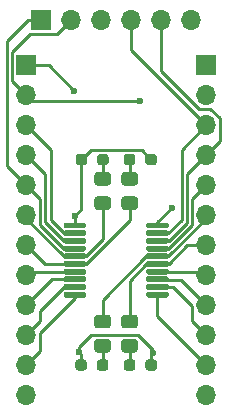
<source format=gbr>
G04 #@! TF.GenerationSoftware,KiCad,Pcbnew,(5.1.10-0-10_14)*
G04 #@! TF.CreationDate,2021-05-24T18:06:32+02:00*
G04 #@! TF.ProjectId,pic-breakout,7069632d-6272-4656-916b-6f75742e6b69,rev?*
G04 #@! TF.SameCoordinates,Original*
G04 #@! TF.FileFunction,Copper,L1,Top*
G04 #@! TF.FilePolarity,Positive*
%FSLAX46Y46*%
G04 Gerber Fmt 4.6, Leading zero omitted, Abs format (unit mm)*
G04 Created by KiCad (PCBNEW (5.1.10-0-10_14)) date 2021-05-24 18:06:32*
%MOMM*%
%LPD*%
G01*
G04 APERTURE LIST*
G04 #@! TA.AperFunction,ComponentPad*
%ADD10O,1.700000X1.700000*%
G04 #@! TD*
G04 #@! TA.AperFunction,ComponentPad*
%ADD11R,1.700000X1.700000*%
G04 #@! TD*
G04 #@! TA.AperFunction,ViaPad*
%ADD12C,0.600000*%
G04 #@! TD*
G04 #@! TA.AperFunction,Conductor*
%ADD13C,0.250000*%
G04 #@! TD*
G04 APERTURE END LIST*
D10*
X198755000Y-144145000D03*
X198755000Y-141605000D03*
X198755000Y-139065000D03*
X198755000Y-136525000D03*
X198755000Y-133985000D03*
X198755000Y-131445000D03*
X198755000Y-128905000D03*
X198755000Y-126365000D03*
X198755000Y-123825000D03*
X198755000Y-121285000D03*
X198755000Y-118745000D03*
D11*
X198755000Y-116205000D03*
D10*
X183515000Y-144145000D03*
X183515000Y-141605000D03*
X183515000Y-139065000D03*
X183515000Y-136525000D03*
X183515000Y-133985000D03*
X183515000Y-131445000D03*
X183515000Y-128905000D03*
X183515000Y-126365000D03*
X183515000Y-123825000D03*
X183515000Y-121285000D03*
X183515000Y-118745000D03*
D11*
X183515000Y-116205000D03*
G04 #@! TA.AperFunction,SMDPad,CuDef*
G36*
G01*
X192765500Y-123968500D02*
X192765500Y-124443500D01*
G75*
G02*
X192528000Y-124681000I-237500J0D01*
G01*
X192028000Y-124681000D01*
G75*
G02*
X191790500Y-124443500I0J237500D01*
G01*
X191790500Y-123968500D01*
G75*
G02*
X192028000Y-123731000I237500J0D01*
G01*
X192528000Y-123731000D01*
G75*
G02*
X192765500Y-123968500I0J-237500D01*
G01*
G37*
G04 #@! TD.AperFunction*
G04 #@! TA.AperFunction,SMDPad,CuDef*
G36*
G01*
X194590500Y-123968500D02*
X194590500Y-124443500D01*
G75*
G02*
X194353000Y-124681000I-237500J0D01*
G01*
X193853000Y-124681000D01*
G75*
G02*
X193615500Y-124443500I0J237500D01*
G01*
X193615500Y-123968500D01*
G75*
G02*
X193853000Y-123731000I237500J0D01*
G01*
X194353000Y-123731000D01*
G75*
G02*
X194590500Y-123968500I0J-237500D01*
G01*
G37*
G04 #@! TD.AperFunction*
G04 #@! TA.AperFunction,SMDPad,CuDef*
G36*
G01*
X189528000Y-124443500D02*
X189528000Y-123968500D01*
G75*
G02*
X189765500Y-123731000I237500J0D01*
G01*
X190265500Y-123731000D01*
G75*
G02*
X190503000Y-123968500I0J-237500D01*
G01*
X190503000Y-124443500D01*
G75*
G02*
X190265500Y-124681000I-237500J0D01*
G01*
X189765500Y-124681000D01*
G75*
G02*
X189528000Y-124443500I0J237500D01*
G01*
G37*
G04 #@! TD.AperFunction*
G04 #@! TA.AperFunction,SMDPad,CuDef*
G36*
G01*
X187703000Y-124443500D02*
X187703000Y-123968500D01*
G75*
G02*
X187940500Y-123731000I237500J0D01*
G01*
X188440500Y-123731000D01*
G75*
G02*
X188678000Y-123968500I0J-237500D01*
G01*
X188678000Y-124443500D01*
G75*
G02*
X188440500Y-124681000I-237500J0D01*
G01*
X187940500Y-124681000D01*
G75*
G02*
X187703000Y-124443500I0J237500D01*
G01*
G37*
G04 #@! TD.AperFunction*
G04 #@! TA.AperFunction,SMDPad,CuDef*
G36*
G01*
X192728001Y-126414000D02*
X191827999Y-126414000D01*
G75*
G02*
X191578000Y-126164001I0J249999D01*
G01*
X191578000Y-125513999D01*
G75*
G02*
X191827999Y-125264000I249999J0D01*
G01*
X192728001Y-125264000D01*
G75*
G02*
X192978000Y-125513999I0J-249999D01*
G01*
X192978000Y-126164001D01*
G75*
G02*
X192728001Y-126414000I-249999J0D01*
G01*
G37*
G04 #@! TD.AperFunction*
G04 #@! TA.AperFunction,SMDPad,CuDef*
G36*
G01*
X192728001Y-128464000D02*
X191827999Y-128464000D01*
G75*
G02*
X191578000Y-128214001I0J249999D01*
G01*
X191578000Y-127563999D01*
G75*
G02*
X191827999Y-127314000I249999J0D01*
G01*
X192728001Y-127314000D01*
G75*
G02*
X192978000Y-127563999I0J-249999D01*
G01*
X192978000Y-128214001D01*
G75*
G02*
X192728001Y-128464000I-249999J0D01*
G01*
G37*
G04 #@! TD.AperFunction*
G04 #@! TA.AperFunction,SMDPad,CuDef*
G36*
G01*
X190442001Y-126414000D02*
X189541999Y-126414000D01*
G75*
G02*
X189292000Y-126164001I0J249999D01*
G01*
X189292000Y-125513999D01*
G75*
G02*
X189541999Y-125264000I249999J0D01*
G01*
X190442001Y-125264000D01*
G75*
G02*
X190692000Y-125513999I0J-249999D01*
G01*
X190692000Y-126164001D01*
G75*
G02*
X190442001Y-126414000I-249999J0D01*
G01*
G37*
G04 #@! TD.AperFunction*
G04 #@! TA.AperFunction,SMDPad,CuDef*
G36*
G01*
X190442001Y-128464000D02*
X189541999Y-128464000D01*
G75*
G02*
X189292000Y-128214001I0J249999D01*
G01*
X189292000Y-127563999D01*
G75*
G02*
X189541999Y-127314000I249999J0D01*
G01*
X190442001Y-127314000D01*
G75*
G02*
X190692000Y-127563999I0J-249999D01*
G01*
X190692000Y-128214001D01*
G75*
G02*
X190442001Y-128464000I-249999J0D01*
G01*
G37*
G04 #@! TD.AperFunction*
G04 #@! TA.AperFunction,SMDPad,CuDef*
G36*
G01*
X193685000Y-129915000D02*
X193685000Y-129665000D01*
G75*
G02*
X193810000Y-129540000I125000J0D01*
G01*
X195460000Y-129540000D01*
G75*
G02*
X195585000Y-129665000I0J-125000D01*
G01*
X195585000Y-129915000D01*
G75*
G02*
X195460000Y-130040000I-125000J0D01*
G01*
X193810000Y-130040000D01*
G75*
G02*
X193685000Y-129915000I0J125000D01*
G01*
G37*
G04 #@! TD.AperFunction*
G04 #@! TA.AperFunction,SMDPad,CuDef*
G36*
G01*
X193685000Y-130565000D02*
X193685000Y-130315000D01*
G75*
G02*
X193810000Y-130190000I125000J0D01*
G01*
X195460000Y-130190000D01*
G75*
G02*
X195585000Y-130315000I0J-125000D01*
G01*
X195585000Y-130565000D01*
G75*
G02*
X195460000Y-130690000I-125000J0D01*
G01*
X193810000Y-130690000D01*
G75*
G02*
X193685000Y-130565000I0J125000D01*
G01*
G37*
G04 #@! TD.AperFunction*
G04 #@! TA.AperFunction,SMDPad,CuDef*
G36*
G01*
X193685000Y-131215000D02*
X193685000Y-130965000D01*
G75*
G02*
X193810000Y-130840000I125000J0D01*
G01*
X195460000Y-130840000D01*
G75*
G02*
X195585000Y-130965000I0J-125000D01*
G01*
X195585000Y-131215000D01*
G75*
G02*
X195460000Y-131340000I-125000J0D01*
G01*
X193810000Y-131340000D01*
G75*
G02*
X193685000Y-131215000I0J125000D01*
G01*
G37*
G04 #@! TD.AperFunction*
G04 #@! TA.AperFunction,SMDPad,CuDef*
G36*
G01*
X193685000Y-131865000D02*
X193685000Y-131615000D01*
G75*
G02*
X193810000Y-131490000I125000J0D01*
G01*
X195460000Y-131490000D01*
G75*
G02*
X195585000Y-131615000I0J-125000D01*
G01*
X195585000Y-131865000D01*
G75*
G02*
X195460000Y-131990000I-125000J0D01*
G01*
X193810000Y-131990000D01*
G75*
G02*
X193685000Y-131865000I0J125000D01*
G01*
G37*
G04 #@! TD.AperFunction*
G04 #@! TA.AperFunction,SMDPad,CuDef*
G36*
G01*
X193685000Y-132515000D02*
X193685000Y-132265000D01*
G75*
G02*
X193810000Y-132140000I125000J0D01*
G01*
X195460000Y-132140000D01*
G75*
G02*
X195585000Y-132265000I0J-125000D01*
G01*
X195585000Y-132515000D01*
G75*
G02*
X195460000Y-132640000I-125000J0D01*
G01*
X193810000Y-132640000D01*
G75*
G02*
X193685000Y-132515000I0J125000D01*
G01*
G37*
G04 #@! TD.AperFunction*
G04 #@! TA.AperFunction,SMDPad,CuDef*
G36*
G01*
X193685000Y-133165000D02*
X193685000Y-132915000D01*
G75*
G02*
X193810000Y-132790000I125000J0D01*
G01*
X195460000Y-132790000D01*
G75*
G02*
X195585000Y-132915000I0J-125000D01*
G01*
X195585000Y-133165000D01*
G75*
G02*
X195460000Y-133290000I-125000J0D01*
G01*
X193810000Y-133290000D01*
G75*
G02*
X193685000Y-133165000I0J125000D01*
G01*
G37*
G04 #@! TD.AperFunction*
G04 #@! TA.AperFunction,SMDPad,CuDef*
G36*
G01*
X193685000Y-133815000D02*
X193685000Y-133565000D01*
G75*
G02*
X193810000Y-133440000I125000J0D01*
G01*
X195460000Y-133440000D01*
G75*
G02*
X195585000Y-133565000I0J-125000D01*
G01*
X195585000Y-133815000D01*
G75*
G02*
X195460000Y-133940000I-125000J0D01*
G01*
X193810000Y-133940000D01*
G75*
G02*
X193685000Y-133815000I0J125000D01*
G01*
G37*
G04 #@! TD.AperFunction*
G04 #@! TA.AperFunction,SMDPad,CuDef*
G36*
G01*
X193685000Y-134465000D02*
X193685000Y-134215000D01*
G75*
G02*
X193810000Y-134090000I125000J0D01*
G01*
X195460000Y-134090000D01*
G75*
G02*
X195585000Y-134215000I0J-125000D01*
G01*
X195585000Y-134465000D01*
G75*
G02*
X195460000Y-134590000I-125000J0D01*
G01*
X193810000Y-134590000D01*
G75*
G02*
X193685000Y-134465000I0J125000D01*
G01*
G37*
G04 #@! TD.AperFunction*
G04 #@! TA.AperFunction,SMDPad,CuDef*
G36*
G01*
X193685000Y-135115000D02*
X193685000Y-134865000D01*
G75*
G02*
X193810000Y-134740000I125000J0D01*
G01*
X195460000Y-134740000D01*
G75*
G02*
X195585000Y-134865000I0J-125000D01*
G01*
X195585000Y-135115000D01*
G75*
G02*
X195460000Y-135240000I-125000J0D01*
G01*
X193810000Y-135240000D01*
G75*
G02*
X193685000Y-135115000I0J125000D01*
G01*
G37*
G04 #@! TD.AperFunction*
G04 #@! TA.AperFunction,SMDPad,CuDef*
G36*
G01*
X193685000Y-135765000D02*
X193685000Y-135515000D01*
G75*
G02*
X193810000Y-135390000I125000J0D01*
G01*
X195460000Y-135390000D01*
G75*
G02*
X195585000Y-135515000I0J-125000D01*
G01*
X195585000Y-135765000D01*
G75*
G02*
X195460000Y-135890000I-125000J0D01*
G01*
X193810000Y-135890000D01*
G75*
G02*
X193685000Y-135765000I0J125000D01*
G01*
G37*
G04 #@! TD.AperFunction*
G04 #@! TA.AperFunction,SMDPad,CuDef*
G36*
G01*
X186685000Y-135765000D02*
X186685000Y-135515000D01*
G75*
G02*
X186810000Y-135390000I125000J0D01*
G01*
X188460000Y-135390000D01*
G75*
G02*
X188585000Y-135515000I0J-125000D01*
G01*
X188585000Y-135765000D01*
G75*
G02*
X188460000Y-135890000I-125000J0D01*
G01*
X186810000Y-135890000D01*
G75*
G02*
X186685000Y-135765000I0J125000D01*
G01*
G37*
G04 #@! TD.AperFunction*
G04 #@! TA.AperFunction,SMDPad,CuDef*
G36*
G01*
X186685000Y-135115000D02*
X186685000Y-134865000D01*
G75*
G02*
X186810000Y-134740000I125000J0D01*
G01*
X188460000Y-134740000D01*
G75*
G02*
X188585000Y-134865000I0J-125000D01*
G01*
X188585000Y-135115000D01*
G75*
G02*
X188460000Y-135240000I-125000J0D01*
G01*
X186810000Y-135240000D01*
G75*
G02*
X186685000Y-135115000I0J125000D01*
G01*
G37*
G04 #@! TD.AperFunction*
G04 #@! TA.AperFunction,SMDPad,CuDef*
G36*
G01*
X186685000Y-134465000D02*
X186685000Y-134215000D01*
G75*
G02*
X186810000Y-134090000I125000J0D01*
G01*
X188460000Y-134090000D01*
G75*
G02*
X188585000Y-134215000I0J-125000D01*
G01*
X188585000Y-134465000D01*
G75*
G02*
X188460000Y-134590000I-125000J0D01*
G01*
X186810000Y-134590000D01*
G75*
G02*
X186685000Y-134465000I0J125000D01*
G01*
G37*
G04 #@! TD.AperFunction*
G04 #@! TA.AperFunction,SMDPad,CuDef*
G36*
G01*
X186685000Y-133815000D02*
X186685000Y-133565000D01*
G75*
G02*
X186810000Y-133440000I125000J0D01*
G01*
X188460000Y-133440000D01*
G75*
G02*
X188585000Y-133565000I0J-125000D01*
G01*
X188585000Y-133815000D01*
G75*
G02*
X188460000Y-133940000I-125000J0D01*
G01*
X186810000Y-133940000D01*
G75*
G02*
X186685000Y-133815000I0J125000D01*
G01*
G37*
G04 #@! TD.AperFunction*
G04 #@! TA.AperFunction,SMDPad,CuDef*
G36*
G01*
X186685000Y-133165000D02*
X186685000Y-132915000D01*
G75*
G02*
X186810000Y-132790000I125000J0D01*
G01*
X188460000Y-132790000D01*
G75*
G02*
X188585000Y-132915000I0J-125000D01*
G01*
X188585000Y-133165000D01*
G75*
G02*
X188460000Y-133290000I-125000J0D01*
G01*
X186810000Y-133290000D01*
G75*
G02*
X186685000Y-133165000I0J125000D01*
G01*
G37*
G04 #@! TD.AperFunction*
G04 #@! TA.AperFunction,SMDPad,CuDef*
G36*
G01*
X186685000Y-132515000D02*
X186685000Y-132265000D01*
G75*
G02*
X186810000Y-132140000I125000J0D01*
G01*
X188460000Y-132140000D01*
G75*
G02*
X188585000Y-132265000I0J-125000D01*
G01*
X188585000Y-132515000D01*
G75*
G02*
X188460000Y-132640000I-125000J0D01*
G01*
X186810000Y-132640000D01*
G75*
G02*
X186685000Y-132515000I0J125000D01*
G01*
G37*
G04 #@! TD.AperFunction*
G04 #@! TA.AperFunction,SMDPad,CuDef*
G36*
G01*
X186685000Y-131865000D02*
X186685000Y-131615000D01*
G75*
G02*
X186810000Y-131490000I125000J0D01*
G01*
X188460000Y-131490000D01*
G75*
G02*
X188585000Y-131615000I0J-125000D01*
G01*
X188585000Y-131865000D01*
G75*
G02*
X188460000Y-131990000I-125000J0D01*
G01*
X186810000Y-131990000D01*
G75*
G02*
X186685000Y-131865000I0J125000D01*
G01*
G37*
G04 #@! TD.AperFunction*
G04 #@! TA.AperFunction,SMDPad,CuDef*
G36*
G01*
X186685000Y-131215000D02*
X186685000Y-130965000D01*
G75*
G02*
X186810000Y-130840000I125000J0D01*
G01*
X188460000Y-130840000D01*
G75*
G02*
X188585000Y-130965000I0J-125000D01*
G01*
X188585000Y-131215000D01*
G75*
G02*
X188460000Y-131340000I-125000J0D01*
G01*
X186810000Y-131340000D01*
G75*
G02*
X186685000Y-131215000I0J125000D01*
G01*
G37*
G04 #@! TD.AperFunction*
G04 #@! TA.AperFunction,SMDPad,CuDef*
G36*
G01*
X186685000Y-130565000D02*
X186685000Y-130315000D01*
G75*
G02*
X186810000Y-130190000I125000J0D01*
G01*
X188460000Y-130190000D01*
G75*
G02*
X188585000Y-130315000I0J-125000D01*
G01*
X188585000Y-130565000D01*
G75*
G02*
X188460000Y-130690000I-125000J0D01*
G01*
X186810000Y-130690000D01*
G75*
G02*
X186685000Y-130565000I0J125000D01*
G01*
G37*
G04 #@! TD.AperFunction*
G04 #@! TA.AperFunction,SMDPad,CuDef*
G36*
G01*
X186685000Y-129915000D02*
X186685000Y-129665000D01*
G75*
G02*
X186810000Y-129540000I125000J0D01*
G01*
X188460000Y-129540000D01*
G75*
G02*
X188585000Y-129665000I0J-125000D01*
G01*
X188585000Y-129915000D01*
G75*
G02*
X188460000Y-130040000I-125000J0D01*
G01*
X186810000Y-130040000D01*
G75*
G02*
X186685000Y-129915000I0J125000D01*
G01*
G37*
G04 #@! TD.AperFunction*
G04 #@! TA.AperFunction,SMDPad,CuDef*
G36*
G01*
X189504500Y-141842500D02*
X189504500Y-141367500D01*
G75*
G02*
X189742000Y-141130000I237500J0D01*
G01*
X190242000Y-141130000D01*
G75*
G02*
X190479500Y-141367500I0J-237500D01*
G01*
X190479500Y-141842500D01*
G75*
G02*
X190242000Y-142080000I-237500J0D01*
G01*
X189742000Y-142080000D01*
G75*
G02*
X189504500Y-141842500I0J237500D01*
G01*
G37*
G04 #@! TD.AperFunction*
G04 #@! TA.AperFunction,SMDPad,CuDef*
G36*
G01*
X187679500Y-141842500D02*
X187679500Y-141367500D01*
G75*
G02*
X187917000Y-141130000I237500J0D01*
G01*
X188417000Y-141130000D01*
G75*
G02*
X188654500Y-141367500I0J-237500D01*
G01*
X188654500Y-141842500D01*
G75*
G02*
X188417000Y-142080000I-237500J0D01*
G01*
X187917000Y-142080000D01*
G75*
G02*
X187679500Y-141842500I0J237500D01*
G01*
G37*
G04 #@! TD.AperFunction*
G04 #@! TA.AperFunction,SMDPad,CuDef*
G36*
G01*
X192765500Y-141367500D02*
X192765500Y-141842500D01*
G75*
G02*
X192528000Y-142080000I-237500J0D01*
G01*
X192028000Y-142080000D01*
G75*
G02*
X191790500Y-141842500I0J237500D01*
G01*
X191790500Y-141367500D01*
G75*
G02*
X192028000Y-141130000I237500J0D01*
G01*
X192528000Y-141130000D01*
G75*
G02*
X192765500Y-141367500I0J-237500D01*
G01*
G37*
G04 #@! TD.AperFunction*
G04 #@! TA.AperFunction,SMDPad,CuDef*
G36*
G01*
X194590500Y-141367500D02*
X194590500Y-141842500D01*
G75*
G02*
X194353000Y-142080000I-237500J0D01*
G01*
X193853000Y-142080000D01*
G75*
G02*
X193615500Y-141842500I0J237500D01*
G01*
X193615500Y-141367500D01*
G75*
G02*
X193853000Y-141130000I237500J0D01*
G01*
X194353000Y-141130000D01*
G75*
G02*
X194590500Y-141367500I0J-237500D01*
G01*
G37*
G04 #@! TD.AperFunction*
D10*
X197485000Y-112395000D03*
X194945000Y-112395000D03*
X192405000Y-112395000D03*
X189865000Y-112395000D03*
X187325000Y-112395000D03*
D11*
X184785000Y-112395000D03*
G04 #@! TA.AperFunction,SMDPad,CuDef*
G36*
G01*
X189541999Y-139397000D02*
X190442001Y-139397000D01*
G75*
G02*
X190692000Y-139646999I0J-249999D01*
G01*
X190692000Y-140297001D01*
G75*
G02*
X190442001Y-140547000I-249999J0D01*
G01*
X189541999Y-140547000D01*
G75*
G02*
X189292000Y-140297001I0J249999D01*
G01*
X189292000Y-139646999D01*
G75*
G02*
X189541999Y-139397000I249999J0D01*
G01*
G37*
G04 #@! TD.AperFunction*
G04 #@! TA.AperFunction,SMDPad,CuDef*
G36*
G01*
X189541999Y-137347000D02*
X190442001Y-137347000D01*
G75*
G02*
X190692000Y-137596999I0J-249999D01*
G01*
X190692000Y-138247001D01*
G75*
G02*
X190442001Y-138497000I-249999J0D01*
G01*
X189541999Y-138497000D01*
G75*
G02*
X189292000Y-138247001I0J249999D01*
G01*
X189292000Y-137596999D01*
G75*
G02*
X189541999Y-137347000I249999J0D01*
G01*
G37*
G04 #@! TD.AperFunction*
G04 #@! TA.AperFunction,SMDPad,CuDef*
G36*
G01*
X191827999Y-139397000D02*
X192728001Y-139397000D01*
G75*
G02*
X192978000Y-139646999I0J-249999D01*
G01*
X192978000Y-140297001D01*
G75*
G02*
X192728001Y-140547000I-249999J0D01*
G01*
X191827999Y-140547000D01*
G75*
G02*
X191578000Y-140297001I0J249999D01*
G01*
X191578000Y-139646999D01*
G75*
G02*
X191827999Y-139397000I249999J0D01*
G01*
G37*
G04 #@! TD.AperFunction*
G04 #@! TA.AperFunction,SMDPad,CuDef*
G36*
G01*
X191827999Y-137347000D02*
X192728001Y-137347000D01*
G75*
G02*
X192978000Y-137596999I0J-249999D01*
G01*
X192978000Y-138247001D01*
G75*
G02*
X192728001Y-138497000I-249999J0D01*
G01*
X191827999Y-138497000D01*
G75*
G02*
X191578000Y-138247001I0J249999D01*
G01*
X191578000Y-137596999D01*
G75*
G02*
X191827999Y-137347000I249999J0D01*
G01*
G37*
G04 #@! TD.AperFunction*
D12*
X195834000Y-128333500D03*
X187579000Y-118364000D03*
X188007000Y-140509000D03*
X194263000Y-140542000D03*
X187642500Y-128968500D03*
X193167000Y-119253000D03*
D13*
X194635000Y-129532500D02*
X195834000Y-128333500D01*
X194635000Y-129790000D02*
X194635000Y-129532500D01*
X185420000Y-116205000D02*
X187579000Y-118364000D01*
X183515000Y-116205000D02*
X185420000Y-116205000D01*
X188167000Y-140669000D02*
X188007000Y-140509000D01*
X188167000Y-141605000D02*
X188167000Y-140669000D01*
X194103000Y-140702000D02*
X194263000Y-140542000D01*
X194103000Y-141605000D02*
X194103000Y-140702000D01*
X192966180Y-139071990D02*
X194263000Y-140368810D01*
X194263000Y-140368810D02*
X194263000Y-140542000D01*
X189019746Y-139071990D02*
X192966180Y-139071990D01*
X188007000Y-140084736D02*
X189019746Y-139071990D01*
X188007000Y-140509000D02*
X188007000Y-140084736D01*
X187635000Y-128976000D02*
X187642500Y-128968500D01*
X187635000Y-129790000D02*
X187635000Y-128976000D01*
X188190500Y-128420500D02*
X187642500Y-128968500D01*
X188190500Y-124206000D02*
X188190500Y-128420500D01*
X193302990Y-123405990D02*
X194103000Y-124206000D01*
X188990510Y-123405990D02*
X193302990Y-123405990D01*
X188190500Y-124206000D02*
X188990510Y-123405990D01*
X182339999Y-115094999D02*
X183864997Y-113570001D01*
X186149999Y-113570001D02*
X187325000Y-112395000D01*
X182339999Y-117569999D02*
X182339999Y-115094999D01*
X183864997Y-113570001D02*
X186149999Y-113570001D01*
X183515000Y-118745000D02*
X182339999Y-117569999D01*
X184023000Y-119253000D02*
X183515000Y-118745000D01*
X193167000Y-119253000D02*
X184023000Y-119253000D01*
X192278000Y-139972000D02*
X192278000Y-141605000D01*
X189992000Y-139972000D02*
X189992000Y-141605000D01*
X185140011Y-125450011D02*
X183515000Y-123825000D01*
X185140011Y-129531423D02*
X185140011Y-125450011D01*
X186698588Y-131090000D02*
X185140011Y-129531423D01*
X187635000Y-131090000D02*
X186698588Y-131090000D01*
X185590021Y-129331433D02*
X185590021Y-123360021D01*
X185590021Y-123360021D02*
X183515000Y-121285000D01*
X186698588Y-130440000D02*
X185590021Y-129331433D01*
X187635000Y-130440000D02*
X186698588Y-130440000D01*
X187635000Y-135640000D02*
X187635000Y-135961000D01*
X184690001Y-138905999D02*
X184690001Y-140429999D01*
X184690001Y-140429999D02*
X183515000Y-141605000D01*
X187635000Y-135961000D02*
X184690001Y-138905999D01*
X194635000Y-137485000D02*
X198755000Y-141605000D01*
X194635000Y-135640000D02*
X194635000Y-137485000D01*
X197579999Y-137889999D02*
X198755000Y-139065000D01*
X195950000Y-134990000D02*
X197579999Y-136619999D01*
X197579999Y-136619999D02*
X197579999Y-137889999D01*
X194635000Y-134990000D02*
X195950000Y-134990000D01*
X196644990Y-134414990D02*
X198755000Y-136525000D01*
X195501990Y-134414990D02*
X196644990Y-134414990D01*
X195427000Y-134340000D02*
X195501990Y-134414990D01*
X194635000Y-134340000D02*
X195427000Y-134340000D01*
X184690001Y-136998587D02*
X184690001Y-137889999D01*
X186698588Y-134990000D02*
X184690001Y-136998587D01*
X184690001Y-137889999D02*
X183515000Y-139065000D01*
X187635000Y-134990000D02*
X186698588Y-134990000D01*
X185700000Y-134340000D02*
X187635000Y-134340000D01*
X183515000Y-136525000D02*
X185700000Y-134340000D01*
X183810000Y-133690000D02*
X187635000Y-133690000D01*
X183515000Y-133985000D02*
X183810000Y-133690000D01*
X188571412Y-133040000D02*
X192278000Y-129333412D01*
X192278000Y-129333412D02*
X192278000Y-127889000D01*
X187635000Y-133040000D02*
X188571412Y-133040000D01*
X185110000Y-133040000D02*
X183515000Y-131445000D01*
X187635000Y-133040000D02*
X185110000Y-133040000D01*
X188571412Y-132390000D02*
X189992000Y-130969412D01*
X189992000Y-130969412D02*
X189992000Y-127889000D01*
X187635000Y-132390000D02*
X188571412Y-132390000D01*
X183515000Y-129220000D02*
X183515000Y-128905000D01*
X186685000Y-132390000D02*
X183515000Y-129220000D01*
X187635000Y-132390000D02*
X186685000Y-132390000D01*
X198460000Y-133690000D02*
X198755000Y-133985000D01*
X194635000Y-133690000D02*
X198460000Y-133690000D01*
X197180000Y-131445000D02*
X198755000Y-131445000D01*
X195585000Y-133040000D02*
X197180000Y-131445000D01*
X194635000Y-133040000D02*
X195585000Y-133040000D01*
X192278000Y-134460588D02*
X192278000Y-137922000D01*
X193698588Y-133040000D02*
X192278000Y-134460588D01*
X194635000Y-133040000D02*
X193698588Y-133040000D01*
X198755000Y-129206412D02*
X198755000Y-128905000D01*
X195571412Y-132390000D02*
X198755000Y-129206412D01*
X194635000Y-132390000D02*
X195571412Y-132390000D01*
X189992000Y-136083000D02*
X189992000Y-137922000D01*
X193685000Y-132390000D02*
X189992000Y-136083000D01*
X194635000Y-132390000D02*
X193685000Y-132390000D01*
X197579999Y-127540001D02*
X198755000Y-126365000D01*
X197579999Y-129731413D02*
X197579999Y-127540001D01*
X195571412Y-131740000D02*
X197579999Y-129731413D01*
X194635000Y-131740000D02*
X195571412Y-131740000D01*
X184690001Y-127540001D02*
X183515000Y-126365000D01*
X184690001Y-129731413D02*
X184690001Y-127540001D01*
X186698588Y-131740000D02*
X184690001Y-129731413D01*
X187635000Y-131740000D02*
X186698588Y-131740000D01*
X183685000Y-112395000D02*
X184785000Y-112395000D01*
X181889990Y-114190010D02*
X183685000Y-112395000D01*
X181889989Y-124739989D02*
X181889990Y-114190010D01*
X183515000Y-126365000D02*
X181889989Y-124739989D01*
X197129989Y-129545011D02*
X197129989Y-125450011D01*
X195585000Y-131090000D02*
X197129989Y-129545011D01*
X197129989Y-125450011D02*
X198755000Y-123825000D01*
X194635000Y-131090000D02*
X195585000Y-131090000D01*
X194945000Y-116674002D02*
X194945000Y-112395000D01*
X198190999Y-119920001D02*
X194945000Y-116674002D01*
X199129003Y-119920001D02*
X198190999Y-119920001D01*
X199930001Y-120720999D02*
X199129003Y-119920001D01*
X199930001Y-122649999D02*
X199930001Y-120720999D01*
X198755000Y-123825000D02*
X199930001Y-122649999D01*
X196679979Y-123360021D02*
X198755000Y-121285000D01*
X196679979Y-129331433D02*
X196679979Y-123360021D01*
X195571412Y-130440000D02*
X196679979Y-129331433D01*
X194635000Y-130440000D02*
X195571412Y-130440000D01*
X192405000Y-114935000D02*
X192405000Y-112395000D01*
X198755000Y-121285000D02*
X192405000Y-114935000D01*
X189992000Y-124229500D02*
X190015500Y-124206000D01*
X189992000Y-125839000D02*
X189992000Y-124229500D01*
X192278000Y-125839000D02*
X192278000Y-124206000D01*
M02*

</source>
